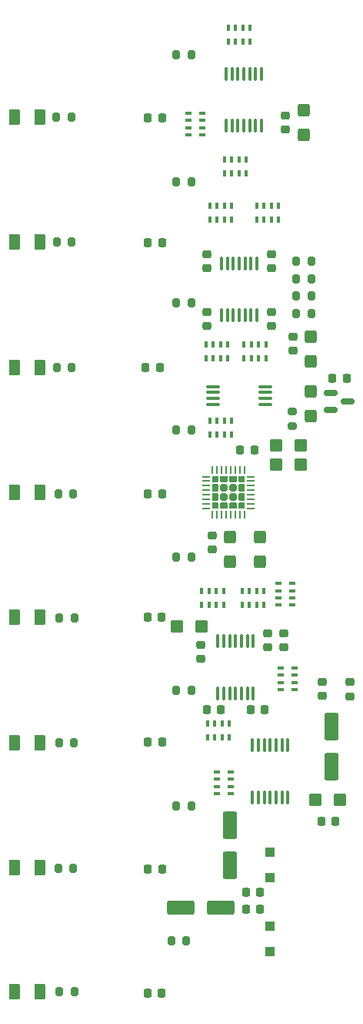
<source format=gbr>
%TF.GenerationSoftware,KiCad,Pcbnew,(6.0.6)*%
%TF.CreationDate,2022-08-14T16:56:23+02:00*%
%TF.ProjectId,eurorack-pmod-pcb,6575726f-7261-4636-9b2d-706d6f642d70,rev?*%
%TF.SameCoordinates,Original*%
%TF.FileFunction,Paste,Top*%
%TF.FilePolarity,Positive*%
%FSLAX46Y46*%
G04 Gerber Fmt 4.6, Leading zero omitted, Abs format (unit mm)*
G04 Created by KiCad (PCBNEW (6.0.6)) date 2022-08-14 16:56:23*
%MOMM*%
%LPD*%
G01*
G04 APERTURE LIST*
G04 Aperture macros list*
%AMRoundRect*
0 Rectangle with rounded corners*
0 $1 Rounding radius*
0 $2 $3 $4 $5 $6 $7 $8 $9 X,Y pos of 4 corners*
0 Add a 4 corners polygon primitive as box body*
4,1,4,$2,$3,$4,$5,$6,$7,$8,$9,$2,$3,0*
0 Add four circle primitives for the rounded corners*
1,1,$1+$1,$2,$3*
1,1,$1+$1,$4,$5*
1,1,$1+$1,$6,$7*
1,1,$1+$1,$8,$9*
0 Add four rect primitives between the rounded corners*
20,1,$1+$1,$2,$3,$4,$5,0*
20,1,$1+$1,$4,$5,$6,$7,0*
20,1,$1+$1,$6,$7,$8,$9,0*
20,1,$1+$1,$8,$9,$2,$3,0*%
%AMFreePoly0*
4,1,48,0.195015,0.341746,0.197191,0.342329,0.200525,0.340774,0.218481,0.337608,0.232451,0.325886,0.248978,0.318179,0.318179,0.248978,0.321152,0.244733,0.323103,0.243606,0.324361,0.240149,0.334819,0.225214,0.336409,0.207049,0.342646,0.189911,0.342646,-0.259112,0.340733,-0.269963,0.341377,-0.273618,0.339521,-0.276832,0.337608,-0.287682,0.323660,-0.304305,0.312807,-0.323103,
0.305724,-0.325681,0.300879,-0.331455,0.279505,-0.335224,0.259112,-0.342646,-0.259112,-0.342646,-0.269963,-0.340733,-0.273618,-0.341377,-0.276832,-0.339521,-0.287682,-0.337608,-0.304305,-0.323660,-0.323103,-0.312807,-0.325681,-0.305724,-0.331455,-0.300879,-0.335224,-0.279505,-0.342646,-0.259112,-0.342646,0.259112,-0.340733,0.269963,-0.341377,0.273618,-0.339521,0.276832,-0.337608,0.287682,
-0.323660,0.304305,-0.312807,0.323103,-0.305724,0.325681,-0.300879,0.331455,-0.279505,0.335224,-0.259112,0.342646,0.189911,0.342646,0.195015,0.341746,0.195015,0.341746,$1*%
%AMFreePoly1*
4,1,16,-0.208698,0.403113,0.269389,0.403113,0.321190,0.381657,0.342646,0.329856,0.342646,-0.329856,0.321190,-0.381657,0.269389,-0.403113,-0.208700,-0.403114,-0.260502,-0.381655,-0.321190,-0.320968,-0.342646,-0.269165,-0.342647,0.269167,-0.321190,0.320968,-0.260501,0.381657,-0.208700,0.403114,-0.208698,0.403113,-0.208698,0.403113,$1*%
%AMFreePoly2*
4,1,48,0.269963,0.340733,0.273618,0.341377,0.276832,0.339521,0.287682,0.337608,0.304305,0.323660,0.323103,0.312807,0.325681,0.305724,0.331455,0.300879,0.335224,0.279505,0.342646,0.259112,0.342646,-0.259112,0.340733,-0.269963,0.341377,-0.273618,0.339521,-0.276832,0.337608,-0.287682,0.323660,-0.304305,0.312807,-0.323103,0.305724,-0.325681,0.300879,-0.331455,0.279505,-0.335224,
0.259112,-0.342646,-0.189911,-0.342646,-0.195015,-0.341746,-0.197191,-0.342329,-0.200525,-0.340774,-0.218481,-0.337608,-0.232451,-0.325886,-0.248978,-0.318179,-0.318179,-0.248978,-0.321152,-0.244733,-0.323103,-0.243606,-0.324361,-0.240149,-0.334819,-0.225214,-0.336409,-0.207049,-0.342646,-0.189911,-0.342646,0.259112,-0.340733,0.269963,-0.341377,0.273618,-0.339521,0.276832,-0.337608,0.287682,
-0.323660,0.304305,-0.312807,0.323103,-0.305724,0.325681,-0.300879,0.331455,-0.279505,0.335224,-0.259112,0.342646,0.259112,0.342646,0.269963,0.340733,0.269963,0.340733,$1*%
%AMFreePoly3*
4,1,15,0.260501,0.381657,0.321190,0.320968,0.342646,0.269165,0.342647,-0.269167,0.321188,-0.320969,0.260501,-0.381657,0.208698,-0.403113,-0.269389,-0.403113,-0.321190,-0.381657,-0.342646,-0.329856,-0.342646,0.329856,-0.321190,0.381657,-0.269389,0.403113,0.208700,0.403114,0.260501,0.381657,0.260501,0.381657,$1*%
%AMFreePoly4*
4,1,48,0.269963,0.340733,0.273618,0.341377,0.276832,0.339521,0.287682,0.337608,0.304305,0.323660,0.323103,0.312807,0.325681,0.305724,0.331455,0.300879,0.335224,0.279505,0.342646,0.259112,0.342646,-0.259112,0.340733,-0.269963,0.341377,-0.273618,0.339521,-0.276832,0.337608,-0.287682,0.323660,-0.304305,0.312807,-0.323103,0.305724,-0.325681,0.300879,-0.331455,0.279505,-0.335224,
0.259112,-0.342646,-0.259112,-0.342646,-0.269963,-0.340733,-0.273618,-0.341377,-0.276832,-0.339521,-0.287682,-0.337608,-0.304305,-0.323660,-0.323103,-0.312807,-0.325681,-0.305724,-0.331455,-0.300879,-0.335224,-0.279505,-0.342646,-0.259112,-0.342646,0.189911,-0.341746,0.195015,-0.342329,0.197191,-0.340774,0.200525,-0.337608,0.218481,-0.325886,0.232451,-0.318179,0.248978,-0.248978,0.318179,
-0.244733,0.321152,-0.243606,0.323103,-0.240149,0.324361,-0.225214,0.334819,-0.207049,0.336409,-0.189911,0.342646,0.259112,0.342646,0.269963,0.340733,0.269963,0.340733,$1*%
%AMFreePoly5*
4,1,15,0.381657,0.321190,0.403113,0.269389,0.403114,-0.208700,0.381655,-0.260502,0.320968,-0.321190,0.269165,-0.342646,-0.269167,-0.342647,-0.320969,-0.321188,-0.381657,-0.260501,-0.403113,-0.208698,-0.403113,0.269389,-0.381657,0.321190,-0.329856,0.342646,0.329856,0.342646,0.381657,0.321190,0.381657,0.321190,$1*%
%AMFreePoly6*
4,1,48,0.269963,0.340733,0.273618,0.341377,0.276832,0.339521,0.287682,0.337608,0.304305,0.323660,0.323103,0.312807,0.325681,0.305724,0.331455,0.300879,0.335224,0.279505,0.342646,0.259112,0.342646,-0.189911,0.341746,-0.195015,0.342329,-0.197191,0.340774,-0.200525,0.337608,-0.218481,0.325886,-0.232451,0.318179,-0.248978,0.248978,-0.318179,0.244733,-0.321152,0.243606,-0.323103,
0.240149,-0.324361,0.225214,-0.334819,0.207049,-0.336409,0.189911,-0.342646,-0.259112,-0.342646,-0.269963,-0.340733,-0.273618,-0.341377,-0.276832,-0.339521,-0.287682,-0.337608,-0.304305,-0.323660,-0.323103,-0.312807,-0.325681,-0.305724,-0.331455,-0.300879,-0.335224,-0.279505,-0.342646,-0.259112,-0.342646,0.259112,-0.340733,0.269963,-0.341377,0.273618,-0.339521,0.276832,-0.337608,0.287682,
-0.323660,0.304305,-0.312807,0.323103,-0.305724,0.325681,-0.300879,0.331455,-0.279505,0.335224,-0.259112,0.342646,0.259112,0.342646,0.269963,0.340733,0.269963,0.340733,$1*%
%AMFreePoly7*
4,1,15,0.320968,0.321190,0.381657,0.260501,0.403113,0.208698,0.403113,-0.269389,0.381657,-0.321190,0.329856,-0.342646,-0.329856,-0.342646,-0.381657,-0.321190,-0.403113,-0.269389,-0.403114,0.208700,-0.381657,0.260501,-0.320968,0.321190,-0.269165,0.342646,0.269167,0.342647,0.320968,0.321190,0.320968,0.321190,$1*%
G04 Aperture macros list end*
%ADD10RoundRect,0.200000X-0.200000X-0.275000X0.200000X-0.275000X0.200000X0.275000X-0.200000X0.275000X0*%
%ADD11RoundRect,0.225000X0.250000X-0.225000X0.250000X0.225000X-0.250000X0.225000X-0.250000X-0.225000X0*%
%ADD12RoundRect,0.250000X-0.375000X-0.625000X0.375000X-0.625000X0.375000X0.625000X-0.375000X0.625000X0*%
%ADD13RoundRect,0.100000X-0.100000X0.637500X-0.100000X-0.637500X0.100000X-0.637500X0.100000X0.637500X0*%
%ADD14RoundRect,0.200000X0.200000X0.275000X-0.200000X0.275000X-0.200000X-0.275000X0.200000X-0.275000X0*%
%ADD15RoundRect,0.225000X0.225000X0.250000X-0.225000X0.250000X-0.225000X-0.250000X0.225000X-0.250000X0*%
%ADD16RoundRect,0.225000X-0.225000X-0.250000X0.225000X-0.250000X0.225000X0.250000X-0.225000X0.250000X0*%
%ADD17R,1.100000X1.100000*%
%ADD18RoundRect,0.250000X-0.450000X-0.425000X0.450000X-0.425000X0.450000X0.425000X-0.450000X0.425000X0*%
%ADD19R,0.430000X0.760000*%
%ADD20FreePoly0,90.000000*%
%ADD21FreePoly1,90.000000*%
%ADD22RoundRect,0.201557X0.201556X-0.201556X0.201556X0.201556X-0.201556X0.201556X-0.201556X-0.201556X0*%
%ADD23FreePoly2,90.000000*%
%ADD24FreePoly3,90.000000*%
%ADD25FreePoly4,90.000000*%
%ADD26FreePoly5,90.000000*%
%ADD27FreePoly6,90.000000*%
%ADD28FreePoly7,90.000000*%
%ADD29RoundRect,0.062500X0.062500X-0.337500X0.062500X0.337500X-0.062500X0.337500X-0.062500X-0.337500X0*%
%ADD30RoundRect,0.062500X0.337500X-0.062500X0.337500X0.062500X-0.337500X0.062500X-0.337500X-0.062500X0*%
%ADD31RoundRect,0.218750X0.256250X-0.218750X0.256250X0.218750X-0.256250X0.218750X-0.256250X-0.218750X0*%
%ADD32RoundRect,0.250000X0.550000X-1.250000X0.550000X1.250000X-0.550000X1.250000X-0.550000X-1.250000X0*%
%ADD33R,0.760000X0.430000*%
%ADD34RoundRect,0.250000X-0.425000X0.450000X-0.425000X-0.450000X0.425000X-0.450000X0.425000X0.450000X0*%
%ADD35RoundRect,0.250000X0.450000X0.425000X-0.450000X0.425000X-0.450000X-0.425000X0.450000X-0.425000X0*%
%ADD36RoundRect,0.250000X0.425000X-0.450000X0.425000X0.450000X-0.425000X0.450000X-0.425000X-0.450000X0*%
%ADD37RoundRect,0.225000X-0.250000X0.225000X-0.250000X-0.225000X0.250000X-0.225000X0.250000X0.225000X0*%
%ADD38RoundRect,0.218750X-0.218750X-0.256250X0.218750X-0.256250X0.218750X0.256250X-0.218750X0.256250X0*%
%ADD39RoundRect,0.150000X-0.587500X-0.150000X0.587500X-0.150000X0.587500X0.150000X-0.587500X0.150000X0*%
%ADD40RoundRect,0.200000X-0.275000X0.200000X-0.275000X-0.200000X0.275000X-0.200000X0.275000X0.200000X0*%
%ADD41RoundRect,0.100000X0.100000X-0.637500X0.100000X0.637500X-0.100000X0.637500X-0.100000X-0.637500X0*%
%ADD42RoundRect,0.100000X0.637500X0.100000X-0.637500X0.100000X-0.637500X-0.100000X0.637500X-0.100000X0*%
%ADD43RoundRect,0.250000X-0.550000X1.250000X-0.550000X-1.250000X0.550000X-1.250000X0.550000X1.250000X0*%
%ADD44RoundRect,0.250000X-1.250000X-0.550000X1.250000X-0.550000X1.250000X0.550000X-1.250000X0.550000X0*%
G04 APERTURE END LIST*
D10*
%TO.C,R5*%
X-825000Y-19685000D03*
X825000Y-19685000D03*
%TD*%
D11*
%TO.C,C20*%
X2540000Y-35573000D03*
X2540000Y-34023000D03*
%TD*%
D12*
%TO.C,D8*%
X-18646600Y-81330800D03*
X-15846600Y-81330800D03*
%TD*%
D13*
%TO.C,U7*%
X11475000Y-81592500D03*
X10825000Y-81592500D03*
X10175000Y-81592500D03*
X9525000Y-81592500D03*
X8875000Y-81592500D03*
X8225000Y-81592500D03*
X7575000Y-81592500D03*
X7575000Y-87317500D03*
X8225000Y-87317500D03*
X8875000Y-87317500D03*
X9525000Y-87317500D03*
X10175000Y-87317500D03*
X10825000Y-87317500D03*
X11475000Y-87317500D03*
%TD*%
D14*
%TO.C,R14*%
X825000Y-60960000D03*
X-825000Y-60960000D03*
%TD*%
D10*
%TO.C,R9*%
X12383000Y-28448000D03*
X14033000Y-28448000D03*
%TD*%
D15*
%TO.C,C4*%
X7760000Y-49149000D03*
X6210000Y-49149000D03*
%TD*%
D11*
%TO.C,C15*%
X11049000Y-70879000D03*
X11049000Y-69329000D03*
%TD*%
D10*
%TO.C,R4*%
X-14033000Y-12598400D03*
X-12383000Y-12598400D03*
%TD*%
D14*
%TO.C,R15*%
X-12052800Y-67614800D03*
X-13702800Y-67614800D03*
%TD*%
D12*
%TO.C,D5*%
X-18646600Y-40081200D03*
X-15846600Y-40081200D03*
%TD*%
D16*
%TO.C,C23*%
X-3950000Y-26416000D03*
X-2400000Y-26416000D03*
%TD*%
D17*
%TO.C,D2*%
X9525000Y-104270000D03*
X9525000Y-101470000D03*
%TD*%
D10*
%TO.C,R6*%
X12383000Y-34163000D03*
X14033000Y-34163000D03*
%TD*%
D18*
%TO.C,C11*%
X10160000Y-50800000D03*
X12860000Y-50800000D03*
%TD*%
D12*
%TO.C,D7*%
X-18621200Y-67564000D03*
X-15821200Y-67564000D03*
%TD*%
D15*
%TO.C,C31*%
X-2400000Y-81280000D03*
X-3950000Y-81280000D03*
%TD*%
D16*
%TO.C,C34*%
X7353000Y-77724000D03*
X8903000Y-77724000D03*
%TD*%
D11*
%TO.C,C22*%
X9652000Y-35573000D03*
X9652000Y-34023000D03*
%TD*%
D19*
%TO.C,RN14*%
X2610000Y-80770000D03*
X3410000Y-80770000D03*
X4210000Y-80770000D03*
X5010000Y-80770000D03*
X5010000Y-79250000D03*
X4210000Y-79250000D03*
X3410000Y-79250000D03*
X2610000Y-79250000D03*
%TD*%
D12*
%TO.C,D6*%
X-18646600Y-53822600D03*
X-15846600Y-53822600D03*
%TD*%
D14*
%TO.C,R18*%
X825000Y-88265000D03*
X-825000Y-88265000D03*
%TD*%
D16*
%TO.C,C9*%
X16375000Y-41275000D03*
X17925000Y-41275000D03*
%TD*%
%TO.C,C25*%
X-4204000Y-40132000D03*
X-2654000Y-40132000D03*
%TD*%
D20*
%TO.C,U3*%
X6350000Y-55265000D03*
D21*
X4425000Y-52415000D03*
D22*
X5425000Y-53340000D03*
D23*
X3500000Y-52415000D03*
D24*
X5425000Y-55265000D03*
D25*
X6350000Y-52415000D03*
D21*
X5425000Y-52415000D03*
D26*
X3500000Y-54340000D03*
D24*
X4425000Y-55265000D03*
D26*
X3500000Y-53340000D03*
D27*
X3500000Y-55265000D03*
D22*
X4425000Y-54340000D03*
D28*
X6350000Y-54340000D03*
D22*
X4425000Y-53340000D03*
X5425000Y-54340000D03*
D28*
X6350000Y-53340000D03*
D29*
X3175000Y-56290000D03*
X3675000Y-56290000D03*
X4175000Y-56290000D03*
X4675000Y-56290000D03*
X5175000Y-56290000D03*
X5675000Y-56290000D03*
X6175000Y-56290000D03*
X6675000Y-56290000D03*
D30*
X7375000Y-55590000D03*
X7375000Y-55090000D03*
X7375000Y-54590000D03*
X7375000Y-54090000D03*
X7375000Y-53590000D03*
X7375000Y-53090000D03*
X7375000Y-52590000D03*
X7375000Y-52090000D03*
D29*
X6675000Y-51390000D03*
X6175000Y-51390000D03*
X5675000Y-51390000D03*
X5175000Y-51390000D03*
X4675000Y-51390000D03*
X4175000Y-51390000D03*
X3675000Y-51390000D03*
X3175000Y-51390000D03*
D30*
X2475000Y-52090000D03*
X2475000Y-52590000D03*
X2475000Y-53090000D03*
X2475000Y-53590000D03*
X2475000Y-54090000D03*
X2475000Y-54590000D03*
X2475000Y-55090000D03*
X2475000Y-55590000D03*
%TD*%
D11*
%TO.C,C17*%
X11176000Y-13932200D03*
X11176000Y-12382200D03*
%TD*%
D31*
%TO.C,L3*%
X18268148Y-76222314D03*
X18268148Y-74647314D03*
%TD*%
D15*
%TO.C,C33*%
X-2400000Y-95250000D03*
X-3950000Y-95250000D03*
%TD*%
D19*
%TO.C,RN11*%
X1975000Y-66165000D03*
X2775000Y-66165000D03*
X3575000Y-66165000D03*
X4375000Y-66165000D03*
X4375000Y-64645000D03*
X3575000Y-64645000D03*
X2775000Y-64645000D03*
X1975000Y-64645000D03*
%TD*%
D31*
%TO.C,L4*%
X15240000Y-76200000D03*
X15240000Y-74625000D03*
%TD*%
D32*
%TO.C,C1*%
X5080000Y-94783000D03*
X5080000Y-90383000D03*
%TD*%
D19*
%TO.C,RN2*%
X5264000Y-45976000D03*
X4464000Y-45976000D03*
X3664000Y-45976000D03*
X2864000Y-45976000D03*
X2864000Y-47496000D03*
X3664000Y-47496000D03*
X4464000Y-47496000D03*
X5264000Y-47496000D03*
%TD*%
D33*
%TO.C,RN13*%
X3685000Y-84525000D03*
X3685000Y-85325000D03*
X3685000Y-86125000D03*
X3685000Y-86925000D03*
X5205000Y-86925000D03*
X5205000Y-86125000D03*
X5205000Y-85325000D03*
X5205000Y-84525000D03*
%TD*%
%TO.C,RN12*%
X10670000Y-73095000D03*
X10670000Y-73895000D03*
X10670000Y-74695000D03*
X10670000Y-75495000D03*
X12190000Y-75495000D03*
X12190000Y-74695000D03*
X12190000Y-73895000D03*
X12190000Y-73095000D03*
%TD*%
D19*
%TO.C,RN7*%
X8052000Y-23872000D03*
X8852000Y-23872000D03*
X9652000Y-23872000D03*
X10452000Y-23872000D03*
X10452000Y-22352000D03*
X9652000Y-22352000D03*
X8852000Y-22352000D03*
X8052000Y-22352000D03*
%TD*%
D10*
%TO.C,R11*%
X-825000Y-46990000D03*
X825000Y-46990000D03*
%TD*%
D34*
%TO.C,C12*%
X13970000Y-36750000D03*
X13970000Y-39450000D03*
%TD*%
D10*
%TO.C,R2*%
X-825000Y-5715000D03*
X825000Y-5715000D03*
%TD*%
D14*
%TO.C,R20*%
X266200Y-103124000D03*
X-1383800Y-103124000D03*
%TD*%
%TO.C,R21*%
X-12027400Y-108712000D03*
X-13677400Y-108712000D03*
%TD*%
D19*
%TO.C,RN3*%
X2464000Y-39112000D03*
X3264000Y-39112000D03*
X4064000Y-39112000D03*
X4864000Y-39112000D03*
X4864000Y-37592000D03*
X4064000Y-37592000D03*
X3264000Y-37592000D03*
X2464000Y-37592000D03*
%TD*%
D12*
%TO.C,D3*%
X-18621200Y-12598400D03*
X-15821200Y-12598400D03*
%TD*%
D35*
%TO.C,C14*%
X1985000Y-68580000D03*
X-715000Y-68580000D03*
%TD*%
D17*
%TO.C,D1*%
X9525000Y-96142000D03*
X9525000Y-93342000D03*
%TD*%
D36*
%TO.C,C16*%
X13208000Y-14558000D03*
X13208000Y-11858000D03*
%TD*%
D18*
%TO.C,C3*%
X10160000Y-48691800D03*
X12860000Y-48691800D03*
%TD*%
D14*
%TO.C,R17*%
X-12090400Y-81330800D03*
X-13740400Y-81330800D03*
%TD*%
D37*
%TO.C,C6*%
X3175000Y-58534000D03*
X3175000Y-60084000D03*
%TD*%
D15*
%TO.C,C35*%
X-2430543Y-108812750D03*
X-3980543Y-108812750D03*
%TD*%
D35*
%TO.C,C18*%
X17225000Y-87630000D03*
X14525000Y-87630000D03*
%TD*%
D11*
%TO.C,C30*%
X1905000Y-72149000D03*
X1905000Y-70599000D03*
%TD*%
D16*
%TO.C,C27*%
X-3950000Y-53975000D03*
X-2400000Y-53975000D03*
%TD*%
D34*
%TO.C,C5*%
X5080000Y-58771800D03*
X5080000Y-61471800D03*
%TD*%
D19*
%TO.C,RN6*%
X6640295Y-39107713D03*
X7440295Y-39107713D03*
X8240295Y-39107713D03*
X9040295Y-39107713D03*
X9040295Y-37587713D03*
X8240295Y-37587713D03*
X7440295Y-37587713D03*
X6640295Y-37587713D03*
%TD*%
D13*
%TO.C,U5*%
X8554000Y-7805500D03*
X7904000Y-7805500D03*
X7254000Y-7805500D03*
X6604000Y-7805500D03*
X5954000Y-7805500D03*
X5304000Y-7805500D03*
X4654000Y-7805500D03*
X4654000Y-13530500D03*
X5304000Y-13530500D03*
X5954000Y-13530500D03*
X6604000Y-13530500D03*
X7254000Y-13530500D03*
X7904000Y-13530500D03*
X8554000Y-13530500D03*
%TD*%
D38*
%TO.C,L2*%
X6832500Y-99645452D03*
X8407500Y-99645452D03*
%TD*%
D39*
%TO.C,U1*%
X16207500Y-42865000D03*
X16207500Y-44765000D03*
X18082500Y-43815000D03*
%TD*%
D11*
%TO.C,C28*%
X9271000Y-70879000D03*
X9271000Y-69329000D03*
%TD*%
D15*
%TO.C,C19*%
X16700800Y-89966800D03*
X15150800Y-89966800D03*
%TD*%
D14*
%TO.C,R16*%
X825000Y-75565000D03*
X-825000Y-75565000D03*
%TD*%
D40*
%TO.C,R1*%
X11938000Y-44895000D03*
X11938000Y-46545000D03*
%TD*%
D10*
%TO.C,R12*%
X12383000Y-30353000D03*
X14033000Y-30353000D03*
%TD*%
D38*
%TO.C,L1*%
X6832500Y-97795000D03*
X8407500Y-97795000D03*
%TD*%
D19*
%TO.C,RN8*%
X6896000Y-17272000D03*
X6096000Y-17272000D03*
X5296000Y-17272000D03*
X4496000Y-17272000D03*
X4496000Y-18792000D03*
X5296000Y-18792000D03*
X6096000Y-18792000D03*
X6896000Y-18792000D03*
%TD*%
D10*
%TO.C,R13*%
X-13804400Y-54000400D03*
X-12154400Y-54000400D03*
%TD*%
%TO.C,R8*%
X-825000Y-33020000D03*
X825000Y-33020000D03*
%TD*%
D37*
%TO.C,C13*%
X12065000Y-36690000D03*
X12065000Y-38240000D03*
%TD*%
D10*
%TO.C,R3*%
X12383000Y-32258000D03*
X14033000Y-32258000D03*
%TD*%
%TO.C,R10*%
X-13982200Y-40081200D03*
X-12332200Y-40081200D03*
%TD*%
D13*
%TO.C,U6*%
X7665000Y-70162500D03*
X7015000Y-70162500D03*
X6365000Y-70162500D03*
X5715000Y-70162500D03*
X5065000Y-70162500D03*
X4415000Y-70162500D03*
X3765000Y-70162500D03*
X3765000Y-75887500D03*
X4415000Y-75887500D03*
X5065000Y-75887500D03*
X5715000Y-75887500D03*
X6365000Y-75887500D03*
X7015000Y-75887500D03*
X7665000Y-75887500D03*
%TD*%
D12*
%TO.C,D4*%
X-18643600Y-26339800D03*
X-15843600Y-26339800D03*
%TD*%
D41*
%TO.C,U4*%
X4146000Y-34358500D03*
X4796000Y-34358500D03*
X5446000Y-34358500D03*
X6096000Y-34358500D03*
X6746000Y-34358500D03*
X7396000Y-34358500D03*
X8046000Y-34358500D03*
X8046000Y-28633500D03*
X7396000Y-28633500D03*
X6746000Y-28633500D03*
X6096000Y-28633500D03*
X5446000Y-28633500D03*
X4796000Y-28633500D03*
X4146000Y-28633500D03*
%TD*%
D34*
%TO.C,C8*%
X13970000Y-42765000D03*
X13970000Y-45465000D03*
%TD*%
D42*
%TO.C,U2*%
X8958500Y-44155000D03*
X8958500Y-43505000D03*
X8958500Y-42855000D03*
X8958500Y-42205000D03*
X3233500Y-42205000D03*
X3233500Y-42855000D03*
X3233500Y-43505000D03*
X3233500Y-44155000D03*
%TD*%
D19*
%TO.C,RN9*%
X2864000Y-23872000D03*
X3664000Y-23872000D03*
X4464000Y-23872000D03*
X5264000Y-23872000D03*
X5264000Y-22352000D03*
X4464000Y-22352000D03*
X3664000Y-22352000D03*
X2864000Y-22352000D03*
%TD*%
D37*
%TO.C,C24*%
X9652000Y-27673000D03*
X9652000Y-29223000D03*
%TD*%
D10*
%TO.C,R7*%
X-13982200Y-26314400D03*
X-12332200Y-26314400D03*
%TD*%
D15*
%TO.C,C32*%
X4077000Y-77724000D03*
X2527000Y-77724000D03*
%TD*%
D33*
%TO.C,RN1*%
X11936000Y-66224000D03*
X11936000Y-65424000D03*
X11936000Y-64624000D03*
X11936000Y-63824000D03*
X10416000Y-63824000D03*
X10416000Y-64624000D03*
X10416000Y-65424000D03*
X10416000Y-66224000D03*
%TD*%
D12*
%TO.C,D10*%
X-18621200Y-108686600D03*
X-15821200Y-108686600D03*
%TD*%
D33*
%TO.C,RN5*%
X510000Y-12135000D03*
X510000Y-12935000D03*
X510000Y-13735000D03*
X510000Y-14535000D03*
X2030000Y-14535000D03*
X2030000Y-13735000D03*
X2030000Y-12935000D03*
X2030000Y-12135000D03*
%TD*%
D12*
%TO.C,D9*%
X-18646600Y-95072200D03*
X-15846600Y-95072200D03*
%TD*%
D16*
%TO.C,C21*%
X-3950000Y-12700000D03*
X-2400000Y-12700000D03*
%TD*%
D19*
%TO.C,RN10*%
X8820000Y-64645000D03*
X8020000Y-64645000D03*
X7220000Y-64645000D03*
X6420000Y-64645000D03*
X6420000Y-66165000D03*
X7220000Y-66165000D03*
X8020000Y-66165000D03*
X8820000Y-66165000D03*
%TD*%
D14*
%TO.C,R19*%
X-12179800Y-95097600D03*
X-13829800Y-95097600D03*
%TD*%
D43*
%TO.C,C7*%
X16256000Y-79588000D03*
X16256000Y-83988000D03*
%TD*%
D37*
%TO.C,C26*%
X2540000Y-27673000D03*
X2540000Y-29223000D03*
%TD*%
D19*
%TO.C,RN4*%
X7296000Y-2796000D03*
X6496000Y-2796000D03*
X5696000Y-2796000D03*
X4896000Y-2796000D03*
X4896000Y-4316000D03*
X5696000Y-4316000D03*
X6496000Y-4316000D03*
X7296000Y-4316000D03*
%TD*%
D34*
%TO.C,C10*%
X8365617Y-58764511D03*
X8365617Y-61464511D03*
%TD*%
D15*
%TO.C,C29*%
X-2412217Y-67566567D03*
X-3962217Y-67566567D03*
%TD*%
D44*
%TO.C,C2*%
X-295000Y-99441000D03*
X4105000Y-99441000D03*
%TD*%
M02*

</source>
